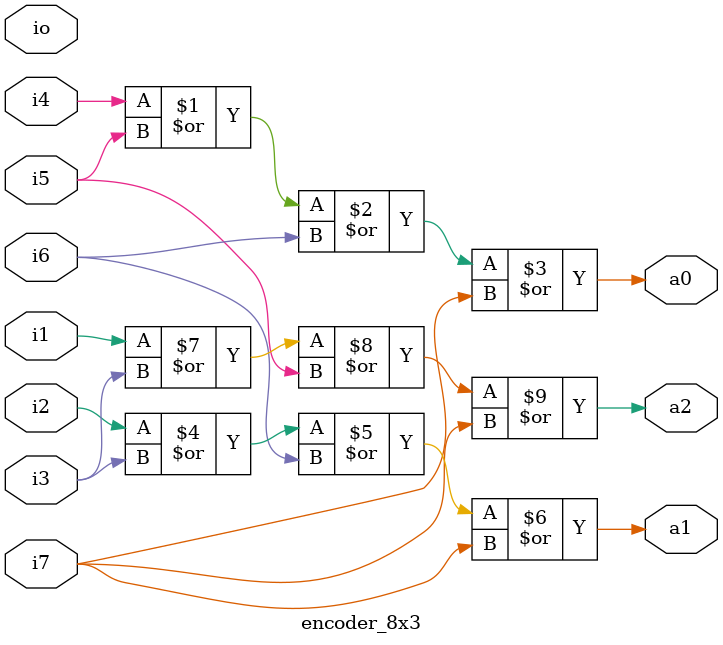
<source format=v>
`timescale 1ns / 1ps

// 2x1 Encoder

/* module encoder_2x1( 
    input y0,y1,
    output a
    );
    
    assign a = y1;
endmodule */


// 4x2 Encoder

/* module encoder_4x2(
    input i0,i1,i2,i3,
    output a0,a1
    );
    
    assign a0 = i2 | i3;
    assign a1 = i1 | i3;
    
endmodule */



// 8x3 Encoder

module encoder_8x3(
    input io,i1,i2,i3,i4,i5,i6,i7,
    output a0,a1,a2
    );
    
    assign a0 = i4 | i5 | i6 | i7;
    assign a1 = i2 | i3 | i6 | i7;
    assign a2 = i1 | i3 | i5 | i7;
    
endmodule
</source>
